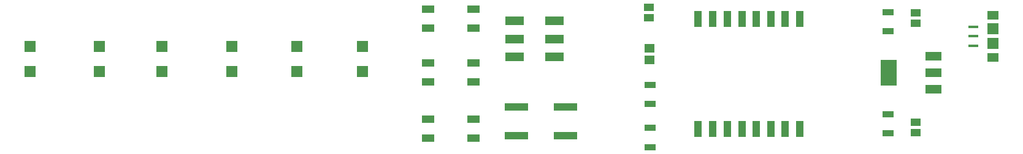
<source format=gtp>
%FSTAX23Y23*%
%MOIN*%
%SFA1B1*%

%IPPOS*%
%ADD18R,0.061020X0.059060*%
%ADD19R,0.053150X0.015750*%
%ADD20R,0.088000X0.048000*%
%ADD21R,0.086610X0.141730*%
%ADD22R,0.061020X0.035430*%
%ADD23R,0.053150X0.043310*%
%ADD24R,0.125980X0.039370*%
%ADD25R,0.057090X0.051180*%
%ADD26R,0.039370X0.088580*%
%ADD27R,0.059060X0.059060*%
%ADD28R,0.066930X0.043310*%
%ADD29R,0.098430X0.047240*%
%ADD30R,0.061020X0.047240*%
%LNpcb3-g-1*%
%LPD*%
G54D18*
X07003Y03473D03*
Y03394D03*
G54D19*
X06896Y03484D03*
Y03433D03*
Y03382D03*
G54D20*
X0668Y03143D03*
Y03234D03*
Y03325D03*
G54D21*
X06435Y03234D03*
G54D22*
X05138Y02829D03*
Y02934D03*
X06433Y03565D03*
Y03461D03*
Y03009D03*
Y02905D03*
X05138Y03167D03*
Y03063D03*
G54D23*
X06583Y02964D03*
Y02909D03*
Y03506D03*
Y03561D03*
X05133Y03535D03*
Y0359D03*
G54D24*
X0468Y0289D03*
X04413D03*
X0468Y03047D03*
X04413D03*
G54D25*
X05135Y03368D03*
Y03305D03*
G54D26*
X05401Y03529D03*
X0548D03*
X05559D03*
X05638D03*
X05716D03*
X05795D03*
X05874D03*
X05952D03*
Y02929D03*
X05874D03*
X05795D03*
X05716D03*
X05638D03*
X05559D03*
X0548D03*
X05401D03*
G54D27*
X01768Y03378D03*
Y03241D03*
X02147Y03378D03*
Y03241D03*
X02487Y03378D03*
Y03241D03*
X02867Y03378D03*
Y03241D03*
X03218Y03378D03*
Y03241D03*
X03576Y03378D03*
Y03241D03*
G54D28*
X03934Y03477D03*
Y0358D03*
X0418Y03477D03*
Y0358D03*
X03934Y03184D03*
Y03287D03*
X0418Y03184D03*
Y03287D03*
X03934Y02879D03*
Y02981D03*
X0418Y02879D03*
Y02981D03*
G54D29*
X04621Y03418D03*
Y03517D03*
Y0332D03*
X04404D03*
Y03517D03*
Y03418D03*
G54D30*
X07003Y03547D03*
Y03319D03*
M02*
</source>
